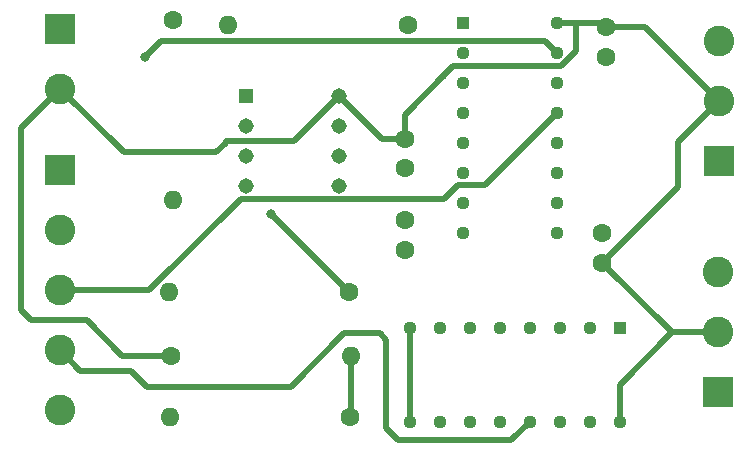
<source format=gbr>
%TF.GenerationSoftware,KiCad,Pcbnew,(5.1.10)-1*%
%TF.CreationDate,2023-03-23T11:32:48+01:00*%
%TF.ProjectId,PCB_BATO,5043425f-4241-4544-9f2e-6b696361645f,rev?*%
%TF.SameCoordinates,Original*%
%TF.FileFunction,Copper,L2,Bot*%
%TF.FilePolarity,Positive*%
%FSLAX46Y46*%
G04 Gerber Fmt 4.6, Leading zero omitted, Abs format (unit mm)*
G04 Created by KiCad (PCBNEW (5.1.10)-1) date 2023-03-23 11:32:48*
%MOMM*%
%LPD*%
G01*
G04 APERTURE LIST*
%TA.AperFunction,ComponentPad*%
%ADD10C,2.600000*%
%TD*%
%TA.AperFunction,ComponentPad*%
%ADD11R,2.600000X2.600000*%
%TD*%
%TA.AperFunction,ComponentPad*%
%ADD12C,1.308000*%
%TD*%
%TA.AperFunction,ComponentPad*%
%ADD13R,1.308000X1.308000*%
%TD*%
%TA.AperFunction,ComponentPad*%
%ADD14C,1.600000*%
%TD*%
%TA.AperFunction,ComponentPad*%
%ADD15C,1.130000*%
%TD*%
%TA.AperFunction,ComponentPad*%
%ADD16R,1.130000X1.130000*%
%TD*%
%TA.AperFunction,ComponentPad*%
%ADD17O,1.600000X1.600000*%
%TD*%
%TA.AperFunction,ViaPad*%
%ADD18C,0.800000*%
%TD*%
%TA.AperFunction,Conductor*%
%ADD19C,0.500000*%
%TD*%
G04 APERTURE END LIST*
D10*
%TO.P,J2,3*%
%TO.N,GND*%
X156800000Y-63540000D03*
%TO.P,J2,2*%
%TO.N,+5V*%
X156800000Y-68620000D03*
D11*
%TO.P,J2,1*%
%TO.N,PWM_2*%
X156800000Y-73700000D03*
%TD*%
D12*
%TO.P,U1,7*%
%TO.N,Net-(U1-Pad7)*%
X124735000Y-51130000D03*
%TO.P,U1,6*%
%TO.N,Vref*%
X124735000Y-53670000D03*
%TO.P,U1,8*%
%TO.N,+5V*%
X124735000Y-48590000D03*
%TO.P,U1,5*%
%TO.N,Vboost*%
X124735000Y-56210000D03*
D13*
%TO.P,U1,1*%
X116865000Y-48590000D03*
D12*
%TO.P,U1,4*%
%TO.N,GND*%
X116865000Y-56210000D03*
%TO.P,U1,2*%
%TO.N,Net-(R4-Pad1)*%
X116865000Y-51130000D03*
%TO.P,U1,3*%
%TO.N,Net-(C1-Pad1)*%
X116865000Y-53670000D03*
%TD*%
D14*
%TO.P,C4,2*%
%TO.N,GND*%
X147300000Y-45300000D03*
%TO.P,C4,1*%
%TO.N,+5V*%
X147300000Y-42800000D03*
%TD*%
%TO.P,C3,2*%
%TO.N,GND*%
X147000000Y-60200000D03*
%TO.P,C3,1*%
%TO.N,+5V*%
X147000000Y-62700000D03*
%TD*%
%TO.P,C2,2*%
%TO.N,GND*%
X130300000Y-54700000D03*
%TO.P,C2,1*%
%TO.N,+5V*%
X130300000Y-52200000D03*
%TD*%
D15*
%TO.P,U3,16*%
%TO.N,+5V*%
X148490000Y-76170000D03*
%TO.P,U3,15*%
%TO.N,PWM_A_2*%
X145950000Y-76170000D03*
%TO.P,U3,14*%
%TO.N,Net-(U3-Pad14)*%
X143410000Y-76170000D03*
%TO.P,U3,13*%
%TO.N,PWM_M_2*%
X140870000Y-76170000D03*
%TO.P,U3,12*%
%TO.N,Net-(U3-Pad12)*%
X138330000Y-76170000D03*
%TO.P,U3,11*%
%TO.N,GND*%
X135790000Y-76170000D03*
%TO.P,U3,10*%
%TO.N,Net-(U1-Pad7)*%
X133250000Y-76170000D03*
%TO.P,U3,9*%
%TO.N,GND*%
X130710000Y-76170000D03*
%TO.P,U3,8*%
X130710000Y-68230000D03*
%TO.P,U3,7*%
X133250000Y-68230000D03*
%TO.P,U3,6*%
X135790000Y-68230000D03*
%TO.P,U3,5*%
%TO.N,Net-(U3-Pad5)*%
X138330000Y-68230000D03*
%TO.P,U3,4*%
%TO.N,Net-(U3-Pad4)*%
X140870000Y-68230000D03*
%TO.P,U3,3*%
%TO.N,PWM_2*%
X143410000Y-68230000D03*
%TO.P,U3,2*%
%TO.N,Net-(U3-Pad2)*%
X145950000Y-68230000D03*
D16*
%TO.P,U3,1*%
%TO.N,Net-(U3-Pad1)*%
X148490000Y-68230000D03*
%TD*%
D15*
%TO.P,U2,16*%
%TO.N,+5V*%
X143170000Y-42410000D03*
%TO.P,U2,15*%
%TO.N,PWM_A_1*%
X143170000Y-44950000D03*
%TO.P,U2,14*%
%TO.N,Net-(U2-Pad14)*%
X143170000Y-47490000D03*
%TO.P,U2,13*%
%TO.N,PWM_M_1*%
X143170000Y-50030000D03*
%TO.P,U2,12*%
%TO.N,Net-(U2-Pad12)*%
X143170000Y-52570000D03*
%TO.P,U2,11*%
%TO.N,GND*%
X143170000Y-55110000D03*
%TO.P,U2,10*%
%TO.N,Net-(U1-Pad7)*%
X143170000Y-57650000D03*
%TO.P,U2,9*%
%TO.N,GND*%
X143170000Y-60190000D03*
%TO.P,U2,8*%
X135230000Y-60190000D03*
%TO.P,U2,7*%
X135230000Y-57650000D03*
%TO.P,U2,6*%
X135230000Y-55110000D03*
%TO.P,U2,5*%
%TO.N,Net-(U2-Pad5)*%
X135230000Y-52570000D03*
%TO.P,U2,4*%
%TO.N,Net-(U2-Pad4)*%
X135230000Y-50030000D03*
%TO.P,U2,3*%
%TO.N,PWM_1*%
X135230000Y-47490000D03*
%TO.P,U2,2*%
%TO.N,Net-(U2-Pad2)*%
X135230000Y-44950000D03*
D16*
%TO.P,U2,1*%
%TO.N,Net-(U2-Pad1)*%
X135230000Y-42410000D03*
%TD*%
D17*
%TO.P,R5,2*%
%TO.N,Net-(R4-Pad1)*%
X115360000Y-42600000D03*
D14*
%TO.P,R5,1*%
%TO.N,Vboost*%
X130600000Y-42600000D03*
%TD*%
D17*
%TO.P,R4,2*%
%TO.N,GND*%
X110700000Y-57440000D03*
D14*
%TO.P,R4,1*%
%TO.N,Net-(R4-Pad1)*%
X110700000Y-42200000D03*
%TD*%
D17*
%TO.P,R3,2*%
%TO.N,SWITCH*%
X110360000Y-65200000D03*
D14*
%TO.P,R3,1*%
%TO.N,Net-(C1-Pad1)*%
X125600000Y-65200000D03*
%TD*%
D17*
%TO.P,R2,2*%
%TO.N,GND*%
X110460000Y-75800000D03*
D14*
%TO.P,R2,1*%
%TO.N,Vref*%
X125700000Y-75800000D03*
%TD*%
D17*
%TO.P,R1,2*%
%TO.N,Vref*%
X125740000Y-70600000D03*
D14*
%TO.P,R1,1*%
%TO.N,+5V*%
X110500000Y-70600000D03*
%TD*%
%TO.P,C1,2*%
%TO.N,GND*%
X130350000Y-59100000D03*
%TO.P,C1,1*%
%TO.N,Net-(C1-Pad1)*%
X130350000Y-61600000D03*
%TD*%
D11*
%TO.P,J3,1*%
%TO.N,PWM_A_1*%
X101100000Y-54900000D03*
D10*
%TO.P,J3,2*%
%TO.N,PWM_A_2*%
X101100000Y-59980000D03*
%TO.P,J3,3*%
%TO.N,PWM_M_1*%
X101100000Y-65060000D03*
%TO.P,J3,4*%
%TO.N,PWM_M_2*%
X101100000Y-70140000D03*
%TO.P,J3,5*%
%TO.N,SWITCH*%
X101100000Y-75220000D03*
%TD*%
D11*
%TO.P,J4,1*%
%TO.N,GND*%
X101100000Y-42900000D03*
D10*
%TO.P,J4,2*%
%TO.N,+5V*%
X101100000Y-47980000D03*
%TD*%
D11*
%TO.P,J1,1*%
%TO.N,PWM_1*%
X156900000Y-54100000D03*
D10*
%TO.P,J1,2*%
%TO.N,+5V*%
X156900000Y-49020000D03*
%TO.P,J1,3*%
%TO.N,GND*%
X156900000Y-43940000D03*
%TD*%
D18*
%TO.N,PWM_A_1*%
X108300000Y-45300000D03*
%TO.N,Net-(C1-Pad1)*%
X119000000Y-58600000D03*
%TD*%
D19*
%TO.N,GND*%
X130710000Y-68230000D02*
X130710000Y-76170000D01*
%TO.N,Vref*%
X125740000Y-75760000D02*
X125700000Y-75800000D01*
X125740000Y-70600000D02*
X125740000Y-75760000D01*
%TO.N,PWM_M_2*%
X139294999Y-77745001D02*
X140870000Y-76170000D01*
X128200000Y-68700000D02*
X128745001Y-69245001D01*
X125200000Y-68700000D02*
X128200000Y-68700000D01*
X120700000Y-73200000D02*
X125200000Y-68700000D01*
X108500000Y-73200000D02*
X120700000Y-73200000D01*
X107150001Y-71850001D02*
X108500000Y-73200000D01*
X102810001Y-71850001D02*
X107150001Y-71850001D01*
X101100000Y-70140000D02*
X102810001Y-71850001D01*
X139294999Y-77745001D02*
X129745001Y-77745001D01*
X128745001Y-76745001D02*
X128745001Y-69245001D01*
X129745001Y-77745001D02*
X128745001Y-76745001D01*
%TO.N,PWM_M_1*%
X137074999Y-56125001D02*
X143170000Y-50030000D01*
X134774999Y-56125001D02*
X137074999Y-56125001D01*
X133585999Y-57314001D02*
X134774999Y-56125001D01*
X116395997Y-57314001D02*
X133585999Y-57314001D01*
X108649998Y-65060000D02*
X116395997Y-57314001D01*
X101100000Y-65060000D02*
X108649998Y-65060000D01*
%TO.N,PWM_A_1*%
X142154999Y-43934999D02*
X143170000Y-44950000D01*
X109665001Y-43934999D02*
X142154999Y-43934999D01*
X108300000Y-45300000D02*
X109665001Y-43934999D01*
%TO.N,+5V*%
X101100000Y-47980000D02*
X106500000Y-53380000D01*
X150680000Y-42800000D02*
X156900000Y-49020000D01*
X147300000Y-42800000D02*
X150680000Y-42800000D01*
X147000000Y-62700000D02*
X153400000Y-56300000D01*
X153400000Y-52520000D02*
X156900000Y-49020000D01*
X153400000Y-56300000D02*
X153400000Y-52520000D01*
X152920000Y-68620000D02*
X147000000Y-62700000D01*
X156800000Y-68620000D02*
X152920000Y-68620000D01*
X148490000Y-73050000D02*
X152920000Y-68620000D01*
X148490000Y-76170000D02*
X148490000Y-73050000D01*
X128345000Y-52200000D02*
X124735000Y-48590000D01*
X130300000Y-52200000D02*
X128345000Y-52200000D01*
X146910000Y-42410000D02*
X147300000Y-42800000D01*
X106500000Y-53380000D02*
X114320000Y-53380000D01*
X114320000Y-53380000D02*
X115134001Y-52565999D01*
X124510000Y-48590000D02*
X124735000Y-48590000D01*
X120925000Y-52400000D02*
X124735000Y-48590000D01*
X115134001Y-52400000D02*
X120925000Y-52400000D01*
X144810000Y-44812202D02*
X144810000Y-42410000D01*
X143522202Y-46100000D02*
X144810000Y-44812202D01*
X134400000Y-46100000D02*
X143522202Y-46100000D01*
X144810000Y-42410000D02*
X146910000Y-42410000D01*
X143170000Y-42410000D02*
X144810000Y-42410000D01*
X130300000Y-50200000D02*
X133900000Y-46600000D01*
X130300000Y-52200000D02*
X130300000Y-50200000D01*
X133900000Y-46600000D02*
X134400000Y-46100000D01*
X133500000Y-47000000D02*
X133900000Y-46600000D01*
X110500000Y-70600000D02*
X106400000Y-70600000D01*
X106400000Y-70600000D02*
X103400000Y-67600000D01*
X103400000Y-67600000D02*
X98700000Y-67600000D01*
X98700000Y-67600000D02*
X97800000Y-66700000D01*
X97800000Y-51280000D02*
X101100000Y-47980000D01*
X97800000Y-66700000D02*
X97800000Y-51280000D01*
%TO.N,Net-(C1-Pad1)*%
X125600000Y-65200000D02*
X119000000Y-58600000D01*
X119000000Y-58600000D02*
X119000000Y-58600000D01*
%TD*%
M02*

</source>
